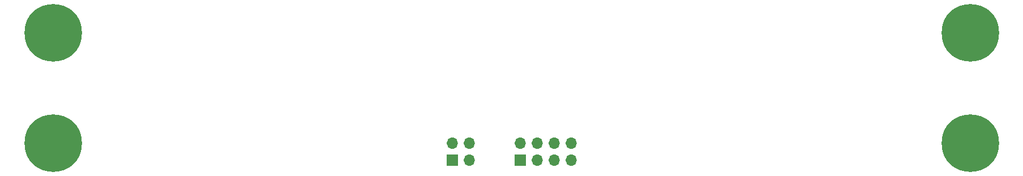
<source format=gbr>
%TF.GenerationSoftware,KiCad,Pcbnew,(5.1.8)-1*%
%TF.CreationDate,2021-01-26T11:35:44-05:00*%
%TF.ProjectId,SSD4_Row,53534434-5f52-46f7-972e-6b696361645f,rev?*%
%TF.SameCoordinates,Original*%
%TF.FileFunction,Soldermask,Bot*%
%TF.FilePolarity,Negative*%
%FSLAX46Y46*%
G04 Gerber Fmt 4.6, Leading zero omitted, Abs format (unit mm)*
G04 Created by KiCad (PCBNEW (5.1.8)-1) date 2021-01-26 11:35:44*
%MOMM*%
%LPD*%
G01*
G04 APERTURE LIST*
%ADD10C,8.600000*%
%ADD11C,0.900000*%
%ADD12R,1.700000X1.700000*%
%ADD13O,1.700000X1.700000*%
G04 APERTURE END LIST*
D10*
%TO.C,REF\u002A\u002A*%
X19050000Y-27940000D03*
D11*
X22275000Y-27940000D03*
X21330419Y-30220419D03*
X19050000Y-31165000D03*
X16769581Y-30220419D03*
X15825000Y-27940000D03*
X16769581Y-25659581D03*
X19050000Y-24715000D03*
X21330419Y-25659581D03*
%TD*%
D10*
%TO.C,REF\u002A\u002A*%
X19050000Y-44450000D03*
D11*
X22275000Y-44450000D03*
X21330419Y-46730419D03*
X19050000Y-47675000D03*
X16769581Y-46730419D03*
X15825000Y-44450000D03*
X16769581Y-42169581D03*
X19050000Y-41225000D03*
X21330419Y-42169581D03*
%TD*%
D10*
%TO.C,REF\u002A\u002A*%
X156210000Y-44450000D03*
D11*
X159435000Y-44450000D03*
X158490419Y-46730419D03*
X156210000Y-47675000D03*
X153929581Y-46730419D03*
X152985000Y-44450000D03*
X153929581Y-42169581D03*
X156210000Y-41225000D03*
X158490419Y-42169581D03*
%TD*%
D10*
%TO.C,REF\u002A\u002A*%
X156210000Y-27940000D03*
D11*
X159435000Y-27940000D03*
X158490419Y-30220419D03*
X156210000Y-31165000D03*
X153929581Y-30220419D03*
X152985000Y-27940000D03*
X153929581Y-25659581D03*
X156210000Y-24715000D03*
X158490419Y-25659581D03*
%TD*%
D12*
%TO.C,J1*%
X78740000Y-46990000D03*
D13*
X78740000Y-44450000D03*
X81280000Y-46990000D03*
X81280000Y-44450000D03*
%TD*%
D12*
%TO.C,J2*%
X88900000Y-46990000D03*
D13*
X88900000Y-44450000D03*
X91440000Y-46990000D03*
X91440000Y-44450000D03*
X93980000Y-46990000D03*
X93980000Y-44450000D03*
X96520000Y-46990000D03*
X96520000Y-44450000D03*
%TD*%
M02*

</source>
